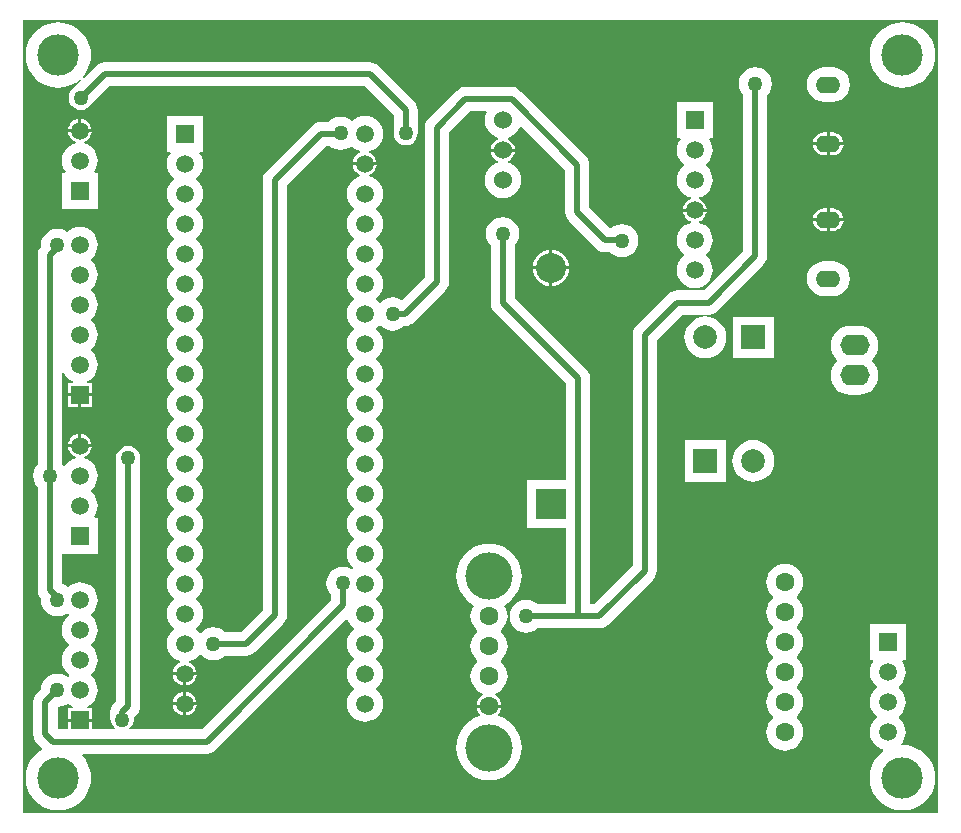
<source format=gtl>
G04*
G04 #@! TF.GenerationSoftware,Altium Limited,Altium Designer,19.1.5 (86)*
G04*
G04 Layer_Physical_Order=1*
G04 Layer_Color=255*
%FSLAX25Y25*%
%MOIN*%
G70*
G01*
G75*
%ADD14C,0.02000*%
%ADD31O,0.08268X0.05512*%
%ADD32R,0.05937X0.05937*%
%ADD33C,0.05937*%
%ADD34C,0.13780*%
%ADD35C,0.06299*%
%ADD36C,0.15748*%
%ADD37R,0.10000X0.10000*%
%ADD38C,0.10000*%
%ADD39C,0.05906*%
%ADD40R,0.05906X0.05906*%
%ADD41O,0.09843X0.06890*%
%ADD42C,0.06000*%
%ADD43C,0.07874*%
%ADD44R,0.07874X0.07874*%
%ADD45C,0.05000*%
G36*
X305000Y-264500D02*
X-0D01*
Y-0D01*
X0Y0D01*
X305000D01*
Y-264500D01*
D02*
G37*
%LPC*%
G36*
X162899Y-22466D02*
X162899Y-22466D01*
X147500D01*
X147500Y-22466D01*
X146456Y-22603D01*
X145483Y-23006D01*
X144647Y-23647D01*
X135147Y-33147D01*
X134506Y-33983D01*
X134103Y-34956D01*
X133966Y-36000D01*
X133966Y-36000D01*
Y-85829D01*
X126300Y-93494D01*
X126049Y-93302D01*
X124711Y-92748D01*
X123276Y-92559D01*
X121840Y-92748D01*
X120502Y-93302D01*
X119353Y-94184D01*
X119229Y-94346D01*
X118729Y-94354D01*
X118241Y-93759D01*
X117710Y-93323D01*
Y-92677D01*
X118241Y-92241D01*
X118987Y-91332D01*
X119541Y-90295D01*
X119882Y-89170D01*
X119997Y-88000D01*
X119882Y-86830D01*
X119541Y-85705D01*
X118987Y-84668D01*
X118241Y-83759D01*
X117710Y-83323D01*
Y-82677D01*
X118241Y-82241D01*
X118987Y-81332D01*
X119541Y-80295D01*
X119882Y-79170D01*
X119997Y-78000D01*
X119882Y-76830D01*
X119541Y-75705D01*
X118987Y-74668D01*
X118241Y-73759D01*
X117710Y-73323D01*
Y-72677D01*
X118241Y-72241D01*
X118987Y-71332D01*
X119541Y-70295D01*
X119882Y-69170D01*
X119997Y-68000D01*
X119882Y-66830D01*
X119541Y-65705D01*
X118987Y-64668D01*
X118241Y-63759D01*
X117710Y-63323D01*
Y-62677D01*
X118241Y-62241D01*
X118987Y-61332D01*
X119541Y-60295D01*
X119882Y-59170D01*
X119997Y-58000D01*
X119882Y-56830D01*
X119541Y-55705D01*
X118987Y-54668D01*
X118241Y-53759D01*
X117332Y-53013D01*
X116295Y-52459D01*
X115496Y-52217D01*
X115470Y-51687D01*
X116001Y-51467D01*
X116830Y-50830D01*
X117466Y-50001D01*
X117866Y-49036D01*
X117937Y-48500D01*
X114000D01*
X110063D01*
X110134Y-49036D01*
X110533Y-50001D01*
X111170Y-50830D01*
X111999Y-51467D01*
X112530Y-51687D01*
X112504Y-52217D01*
X111705Y-52459D01*
X110668Y-53013D01*
X109759Y-53759D01*
X109013Y-54668D01*
X108459Y-55705D01*
X108118Y-56830D01*
X108003Y-58000D01*
X108118Y-59170D01*
X108459Y-60295D01*
X109013Y-61332D01*
X109759Y-62241D01*
X110290Y-62677D01*
Y-63323D01*
X109759Y-63759D01*
X109013Y-64668D01*
X108459Y-65705D01*
X108118Y-66830D01*
X108003Y-68000D01*
X108118Y-69170D01*
X108459Y-70295D01*
X109013Y-71332D01*
X109759Y-72241D01*
X110290Y-72677D01*
Y-73323D01*
X109759Y-73759D01*
X109013Y-74668D01*
X108459Y-75705D01*
X108118Y-76830D01*
X108003Y-78000D01*
X108118Y-79170D01*
X108459Y-80295D01*
X109013Y-81332D01*
X109759Y-82241D01*
X110290Y-82677D01*
Y-83323D01*
X109759Y-83759D01*
X109013Y-84668D01*
X108459Y-85705D01*
X108118Y-86830D01*
X108003Y-88000D01*
X108118Y-89170D01*
X108459Y-90295D01*
X109013Y-91332D01*
X109759Y-92241D01*
X110290Y-92677D01*
Y-93323D01*
X109759Y-93759D01*
X109013Y-94668D01*
X108459Y-95705D01*
X108118Y-96830D01*
X108003Y-98000D01*
X108118Y-99170D01*
X108459Y-100295D01*
X109013Y-101332D01*
X109759Y-102241D01*
X110290Y-102677D01*
Y-103323D01*
X109759Y-103759D01*
X109013Y-104668D01*
X108459Y-105705D01*
X108118Y-106830D01*
X108003Y-108000D01*
X108118Y-109170D01*
X108459Y-110295D01*
X109013Y-111332D01*
X109759Y-112241D01*
X110290Y-112677D01*
Y-113323D01*
X109759Y-113759D01*
X109013Y-114668D01*
X108459Y-115705D01*
X108118Y-116830D01*
X108003Y-118000D01*
X108118Y-119170D01*
X108459Y-120295D01*
X109013Y-121332D01*
X109759Y-122241D01*
X110290Y-122677D01*
Y-123323D01*
X109759Y-123759D01*
X109013Y-124668D01*
X108459Y-125705D01*
X108118Y-126830D01*
X108003Y-128000D01*
X108118Y-129170D01*
X108459Y-130295D01*
X109013Y-131332D01*
X109759Y-132241D01*
X110290Y-132677D01*
Y-133323D01*
X109759Y-133759D01*
X109013Y-134668D01*
X108459Y-135705D01*
X108118Y-136830D01*
X108003Y-138000D01*
X108118Y-139170D01*
X108459Y-140295D01*
X109013Y-141332D01*
X109759Y-142241D01*
X110290Y-142677D01*
Y-143323D01*
X109759Y-143759D01*
X109013Y-144668D01*
X108459Y-145705D01*
X108118Y-146830D01*
X108003Y-148000D01*
X108118Y-149170D01*
X108459Y-150295D01*
X109013Y-151332D01*
X109759Y-152241D01*
X110290Y-152677D01*
Y-153323D01*
X109759Y-153759D01*
X109013Y-154668D01*
X108459Y-155705D01*
X108118Y-156830D01*
X108003Y-158000D01*
X108118Y-159170D01*
X108459Y-160295D01*
X109013Y-161332D01*
X109759Y-162241D01*
X110290Y-162677D01*
Y-163323D01*
X109759Y-163759D01*
X109013Y-164668D01*
X108459Y-165705D01*
X108118Y-166830D01*
X108003Y-168000D01*
X108118Y-169170D01*
X108459Y-170295D01*
X109013Y-171332D01*
X109759Y-172241D01*
X110290Y-172677D01*
Y-173323D01*
X109759Y-173759D01*
X109013Y-174668D01*
X108459Y-175705D01*
X108118Y-176830D01*
X108003Y-178000D01*
X108118Y-179170D01*
X108459Y-180295D01*
X109013Y-181332D01*
X109759Y-182241D01*
X110169Y-182578D01*
X110131Y-183111D01*
X109790Y-183279D01*
X109513Y-183066D01*
X108175Y-182512D01*
X106739Y-182323D01*
X105304Y-182512D01*
X103966Y-183066D01*
X102817Y-183948D01*
X101935Y-185097D01*
X101381Y-186435D01*
X101192Y-187871D01*
X101381Y-189306D01*
X101935Y-190644D01*
X102705Y-191648D01*
Y-193589D01*
X59703Y-236592D01*
X35660D01*
X35490Y-236091D01*
X35614Y-235996D01*
X35834Y-235710D01*
X35971Y-235605D01*
X36612Y-234769D01*
X37015Y-233796D01*
X37153Y-232752D01*
Y-232455D01*
X37939Y-231668D01*
X38581Y-230832D01*
X38984Y-229859D01*
X39121Y-228815D01*
X39121Y-228815D01*
Y-146138D01*
X38984Y-145094D01*
X38581Y-144121D01*
X37939Y-143285D01*
X37104Y-142644D01*
X36131Y-142241D01*
X35087Y-142103D01*
X34042Y-142241D01*
X33069Y-142644D01*
X32234Y-143285D01*
X31593Y-144121D01*
X31190Y-145094D01*
X31052Y-146138D01*
Y-227144D01*
X30265Y-227931D01*
X29624Y-228766D01*
X29221Y-229739D01*
X29084Y-230784D01*
X29084Y-230784D01*
Y-232752D01*
X29221Y-233796D01*
X29624Y-234769D01*
X30265Y-235605D01*
X30402Y-235710D01*
X30622Y-235996D01*
X30746Y-236091D01*
X30576Y-236592D01*
X22953D01*
Y-234000D01*
X19000D01*
X15047D01*
Y-236592D01*
X11562D01*
Y-229108D01*
X11647Y-229024D01*
X12900Y-228858D01*
X14238Y-228304D01*
X14875Y-227816D01*
X15677Y-228473D01*
X16711Y-229026D01*
X16780Y-229047D01*
X16706Y-229547D01*
X15047D01*
Y-233000D01*
X19000D01*
X22953D01*
Y-229547D01*
X21294D01*
X21220Y-229047D01*
X21289Y-229026D01*
X22323Y-228473D01*
X23230Y-227730D01*
X23974Y-226823D01*
X24526Y-225789D01*
X24867Y-224667D01*
X24982Y-223500D01*
X24867Y-222333D01*
X24526Y-221211D01*
X23974Y-220177D01*
X23230Y-219270D01*
X22685Y-218823D01*
Y-218177D01*
X23230Y-217730D01*
X23974Y-216823D01*
X24526Y-215789D01*
X24867Y-214667D01*
X24982Y-213500D01*
X24867Y-212333D01*
X24526Y-211211D01*
X23974Y-210177D01*
X23230Y-209270D01*
X22685Y-208823D01*
Y-208177D01*
X23230Y-207730D01*
X23974Y-206823D01*
X24526Y-205789D01*
X24867Y-204667D01*
X24982Y-203500D01*
X24867Y-202333D01*
X24526Y-201211D01*
X23974Y-200177D01*
X23230Y-199270D01*
X22685Y-198823D01*
Y-198177D01*
X23230Y-197730D01*
X23974Y-196823D01*
X24526Y-195789D01*
X24867Y-194667D01*
X24982Y-193500D01*
X24867Y-192333D01*
X24526Y-191211D01*
X23974Y-190177D01*
X23230Y-189270D01*
X22323Y-188526D01*
X21289Y-187974D01*
X20167Y-187633D01*
X19000Y-187519D01*
X17833Y-187633D01*
X16711Y-187974D01*
X15677Y-188526D01*
X14950Y-189123D01*
X14238Y-188578D01*
X13035Y-188079D01*
Y-178447D01*
X13047Y-177953D01*
X24953D01*
Y-166047D01*
X23964D01*
X23750Y-165595D01*
X23974Y-165323D01*
X24526Y-164289D01*
X24867Y-163167D01*
X24982Y-162000D01*
X24867Y-160833D01*
X24526Y-159711D01*
X23974Y-158677D01*
X23230Y-157770D01*
X22685Y-157323D01*
Y-156677D01*
X23230Y-156230D01*
X23974Y-155323D01*
X24526Y-154289D01*
X24867Y-153167D01*
X24982Y-152000D01*
X24867Y-150833D01*
X24526Y-149711D01*
X23974Y-148677D01*
X23230Y-147770D01*
X22323Y-147027D01*
X21289Y-146474D01*
X20450Y-146219D01*
X20424Y-145689D01*
X20993Y-145453D01*
X21819Y-144819D01*
X22453Y-143993D01*
X22851Y-143032D01*
X22921Y-142500D01*
X19000D01*
X15079D01*
X15149Y-143032D01*
X15547Y-143993D01*
X16181Y-144819D01*
X17007Y-145453D01*
X17576Y-145689D01*
X17550Y-146219D01*
X16711Y-146474D01*
X15677Y-147027D01*
X14770Y-147770D01*
X14027Y-148677D01*
X13966Y-148790D01*
X13468Y-148831D01*
X13035Y-148266D01*
Y-117528D01*
X13534Y-117403D01*
X14027Y-118323D01*
X14770Y-119230D01*
X15677Y-119974D01*
X16711Y-120526D01*
X16780Y-120547D01*
X16706Y-121047D01*
X15047D01*
Y-124500D01*
X19000D01*
X22953D01*
Y-121047D01*
X21294D01*
X21220Y-120547D01*
X21289Y-120526D01*
X22323Y-119974D01*
X23230Y-119230D01*
X23974Y-118323D01*
X24526Y-117289D01*
X24867Y-116167D01*
X24982Y-115000D01*
X24867Y-113833D01*
X24526Y-112711D01*
X23974Y-111677D01*
X23230Y-110770D01*
X22685Y-110323D01*
Y-109677D01*
X23230Y-109230D01*
X23974Y-108323D01*
X24526Y-107289D01*
X24867Y-106167D01*
X24982Y-105000D01*
X24867Y-103833D01*
X24526Y-102711D01*
X23974Y-101677D01*
X23230Y-100770D01*
X22685Y-100323D01*
Y-99677D01*
X23230Y-99230D01*
X23974Y-98323D01*
X24526Y-97289D01*
X24867Y-96167D01*
X24982Y-95000D01*
X24867Y-93833D01*
X24526Y-92711D01*
X23974Y-91677D01*
X23230Y-90770D01*
X22685Y-90323D01*
Y-89677D01*
X23230Y-89230D01*
X23974Y-88323D01*
X24526Y-87289D01*
X24867Y-86167D01*
X24982Y-85000D01*
X24867Y-83833D01*
X24526Y-82711D01*
X23974Y-81677D01*
X23230Y-80770D01*
X22685Y-80323D01*
Y-79677D01*
X23230Y-79230D01*
X23974Y-78323D01*
X24526Y-77289D01*
X24867Y-76167D01*
X24982Y-75000D01*
X24867Y-73833D01*
X24526Y-72711D01*
X23974Y-71677D01*
X23230Y-70770D01*
X22323Y-70026D01*
X21289Y-69474D01*
X20167Y-69133D01*
X19000Y-69018D01*
X17833Y-69133D01*
X16711Y-69474D01*
X15677Y-70026D01*
X14770Y-70770D01*
X14717Y-70835D01*
X14238Y-70467D01*
X12900Y-69913D01*
X11465Y-69724D01*
X10029Y-69913D01*
X8691Y-70467D01*
X7542Y-71349D01*
X6660Y-72498D01*
X6106Y-73836D01*
X5917Y-75272D01*
X5998Y-75889D01*
X5506Y-76531D01*
X5103Y-77504D01*
X4966Y-78548D01*
X4966Y-78548D01*
Y-148266D01*
X4196Y-149270D01*
X3642Y-150608D01*
X3452Y-152043D01*
X3642Y-153479D01*
X4196Y-154817D01*
X4966Y-155820D01*
Y-190105D01*
X4966Y-190105D01*
X5103Y-191150D01*
X5506Y-192123D01*
X5998Y-192764D01*
X5917Y-193382D01*
X6106Y-194818D01*
X6660Y-196156D01*
X7542Y-197304D01*
X8691Y-198186D01*
X10029Y-198740D01*
X11465Y-198929D01*
X12900Y-198740D01*
X14238Y-198186D01*
X14801Y-197755D01*
X15315Y-198177D01*
Y-198823D01*
X14770Y-199270D01*
X14027Y-200177D01*
X13474Y-201211D01*
X13133Y-202333D01*
X13018Y-203500D01*
X13133Y-204667D01*
X13474Y-205789D01*
X14027Y-206823D01*
X14770Y-207730D01*
X15315Y-208177D01*
Y-208823D01*
X14770Y-209270D01*
X14027Y-210177D01*
X13474Y-211211D01*
X13133Y-212333D01*
X13018Y-213500D01*
X13133Y-214667D01*
X13474Y-215789D01*
X14027Y-216823D01*
X14770Y-217730D01*
X15315Y-218177D01*
Y-218823D01*
X14875Y-219184D01*
X14238Y-218696D01*
X12900Y-218142D01*
X11465Y-217952D01*
X10029Y-218142D01*
X8691Y-218696D01*
X7542Y-219577D01*
X6660Y-220726D01*
X6106Y-222064D01*
X5941Y-223318D01*
X4675Y-224584D01*
X4034Y-225420D01*
X3630Y-226393D01*
X3493Y-227437D01*
X3493Y-227437D01*
Y-238279D01*
X3493Y-238280D01*
X3630Y-239324D01*
X4034Y-240297D01*
X4675Y-241132D01*
X6359Y-242816D01*
X6300Y-243313D01*
X5400Y-243864D01*
X4098Y-244976D01*
X2987Y-246278D01*
X2092Y-247737D01*
X1437Y-249318D01*
X1038Y-250983D01*
X903Y-252689D01*
X1038Y-254395D01*
X1437Y-256060D01*
X2092Y-257641D01*
X2987Y-259100D01*
X4098Y-260402D01*
X5400Y-261513D01*
X6859Y-262408D01*
X8440Y-263063D01*
X10105Y-263462D01*
X11811Y-263597D01*
X13517Y-263462D01*
X15182Y-263063D01*
X16763Y-262408D01*
X18222Y-261513D01*
X19524Y-260402D01*
X20636Y-259100D01*
X21530Y-257641D01*
X22185Y-256060D01*
X22584Y-254395D01*
X22719Y-252689D01*
X22584Y-250983D01*
X22185Y-249318D01*
X21530Y-247737D01*
X20636Y-246278D01*
X19681Y-245161D01*
X19912Y-244660D01*
X61374D01*
X61374Y-244660D01*
X62418Y-244523D01*
X63391Y-244120D01*
X64227Y-243479D01*
X107871Y-199834D01*
X108356Y-199956D01*
X108459Y-200295D01*
X109013Y-201332D01*
X109759Y-202241D01*
X110290Y-202677D01*
Y-203323D01*
X109759Y-203759D01*
X109013Y-204668D01*
X108459Y-205705D01*
X108118Y-206830D01*
X108003Y-208000D01*
X108118Y-209170D01*
X108459Y-210295D01*
X109013Y-211332D01*
X109759Y-212241D01*
X110290Y-212677D01*
Y-213323D01*
X109759Y-213759D01*
X109013Y-214668D01*
X108459Y-215705D01*
X108118Y-216830D01*
X108003Y-218000D01*
X108118Y-219170D01*
X108459Y-220295D01*
X109013Y-221332D01*
X109759Y-222241D01*
X110290Y-222677D01*
Y-223323D01*
X109759Y-223759D01*
X109013Y-224668D01*
X108459Y-225705D01*
X108118Y-226830D01*
X108003Y-228000D01*
X108118Y-229170D01*
X108459Y-230295D01*
X109013Y-231332D01*
X109759Y-232241D01*
X110668Y-232987D01*
X111705Y-233541D01*
X112830Y-233882D01*
X114000Y-233997D01*
X115170Y-233882D01*
X116295Y-233541D01*
X117332Y-232987D01*
X118241Y-232241D01*
X118987Y-231332D01*
X119541Y-230295D01*
X119882Y-229170D01*
X119997Y-228000D01*
X119882Y-226830D01*
X119541Y-225705D01*
X118987Y-224668D01*
X118241Y-223759D01*
X117710Y-223323D01*
Y-222677D01*
X118241Y-222241D01*
X118987Y-221332D01*
X119541Y-220295D01*
X119882Y-219170D01*
X119997Y-218000D01*
X119882Y-216830D01*
X119541Y-215705D01*
X118987Y-214668D01*
X118241Y-213759D01*
X117710Y-213323D01*
Y-212677D01*
X118241Y-212241D01*
X118987Y-211332D01*
X119541Y-210295D01*
X119882Y-209170D01*
X119997Y-208000D01*
X119882Y-206830D01*
X119541Y-205705D01*
X118987Y-204668D01*
X118241Y-203759D01*
X117710Y-203323D01*
Y-202677D01*
X118241Y-202241D01*
X118987Y-201332D01*
X119541Y-200295D01*
X119882Y-199170D01*
X119997Y-198000D01*
X119882Y-196830D01*
X119541Y-195705D01*
X118987Y-194668D01*
X118241Y-193759D01*
X117710Y-193323D01*
Y-192677D01*
X118241Y-192241D01*
X118987Y-191332D01*
X119541Y-190295D01*
X119882Y-189170D01*
X119997Y-188000D01*
X119882Y-186830D01*
X119541Y-185705D01*
X118987Y-184668D01*
X118241Y-183759D01*
X117710Y-183323D01*
Y-182677D01*
X118241Y-182241D01*
X118987Y-181332D01*
X119541Y-180295D01*
X119882Y-179170D01*
X119997Y-178000D01*
X119882Y-176830D01*
X119541Y-175705D01*
X118987Y-174668D01*
X118241Y-173759D01*
X117710Y-173323D01*
Y-172677D01*
X118241Y-172241D01*
X118987Y-171332D01*
X119541Y-170295D01*
X119882Y-169170D01*
X119997Y-168000D01*
X119882Y-166830D01*
X119541Y-165705D01*
X118987Y-164668D01*
X118241Y-163759D01*
X117710Y-163323D01*
Y-162677D01*
X118241Y-162241D01*
X118987Y-161332D01*
X119541Y-160295D01*
X119882Y-159170D01*
X119997Y-158000D01*
X119882Y-156830D01*
X119541Y-155705D01*
X118987Y-154668D01*
X118241Y-153759D01*
X117710Y-153323D01*
Y-152677D01*
X118241Y-152241D01*
X118987Y-151332D01*
X119541Y-150295D01*
X119882Y-149170D01*
X119997Y-148000D01*
X119882Y-146830D01*
X119541Y-145705D01*
X118987Y-144668D01*
X118241Y-143759D01*
X117710Y-143323D01*
Y-142677D01*
X118241Y-142241D01*
X118987Y-141332D01*
X119541Y-140295D01*
X119882Y-139170D01*
X119997Y-138000D01*
X119882Y-136830D01*
X119541Y-135705D01*
X118987Y-134668D01*
X118241Y-133759D01*
X117710Y-133323D01*
Y-132677D01*
X118241Y-132241D01*
X118987Y-131332D01*
X119541Y-130295D01*
X119882Y-129170D01*
X119997Y-128000D01*
X119882Y-126830D01*
X119541Y-125705D01*
X118987Y-124668D01*
X118241Y-123759D01*
X117710Y-123323D01*
Y-122677D01*
X118241Y-122241D01*
X118987Y-121332D01*
X119541Y-120295D01*
X119882Y-119170D01*
X119997Y-118000D01*
X119882Y-116830D01*
X119541Y-115705D01*
X118987Y-114668D01*
X118241Y-113759D01*
X117710Y-113323D01*
Y-112677D01*
X118241Y-112241D01*
X118987Y-111332D01*
X119541Y-110295D01*
X119882Y-109170D01*
X119997Y-108000D01*
X119882Y-106830D01*
X119541Y-105705D01*
X118987Y-104668D01*
X118241Y-103759D01*
X117710Y-103323D01*
Y-102677D01*
X118241Y-102241D01*
X118644Y-101749D01*
X119144Y-101757D01*
X119353Y-102029D01*
X120502Y-102910D01*
X121840Y-103465D01*
X123276Y-103654D01*
X124711Y-103465D01*
X126049Y-102910D01*
X127052Y-102141D01*
X127394D01*
X127394Y-102141D01*
X128438Y-102003D01*
X129411Y-101600D01*
X130246Y-100959D01*
X140853Y-90353D01*
X140853Y-90353D01*
X141494Y-89517D01*
X141897Y-88544D01*
X142034Y-87500D01*
Y-37671D01*
X149171Y-30534D01*
X154296D01*
X154552Y-30963D01*
X154430Y-31193D01*
X154087Y-32324D01*
X153971Y-33500D01*
X154087Y-34676D01*
X154430Y-35807D01*
X154987Y-36849D01*
X155737Y-37763D01*
X156650Y-38513D01*
X157693Y-39070D01*
X158410Y-39288D01*
X158436Y-39818D01*
X157983Y-40006D01*
X157147Y-40647D01*
X156506Y-41483D01*
X156103Y-42456D01*
X156031Y-43000D01*
X163969D01*
X163897Y-42456D01*
X163494Y-41483D01*
X162853Y-40647D01*
X162017Y-40006D01*
X161564Y-39818D01*
X161590Y-39288D01*
X162307Y-39070D01*
X163349Y-38513D01*
X164263Y-37763D01*
X165013Y-36849D01*
X165570Y-35807D01*
X165646Y-35558D01*
X166131Y-35437D01*
X180736Y-50042D01*
Y-64170D01*
X180736Y-64170D01*
X180874Y-65214D01*
X181277Y-66188D01*
X181918Y-67023D01*
X191248Y-76353D01*
X191248Y-76353D01*
X192083Y-76994D01*
X193056Y-77397D01*
X194100Y-77535D01*
X194101Y-77535D01*
X195666D01*
X195731Y-77619D01*
X196880Y-78501D01*
X198218Y-79055D01*
X199653Y-79244D01*
X201089Y-79055D01*
X202427Y-78501D01*
X203576Y-77619D01*
X204458Y-76471D01*
X205012Y-75133D01*
X205201Y-73697D01*
X205012Y-72261D01*
X204458Y-70923D01*
X203576Y-69774D01*
X202427Y-68893D01*
X201089Y-68338D01*
X199653Y-68149D01*
X198218Y-68338D01*
X196880Y-68893D01*
X196133Y-69466D01*
X195772D01*
X188805Y-62499D01*
Y-48371D01*
X188668Y-47327D01*
X188265Y-46354D01*
X187624Y-45518D01*
X165752Y-23647D01*
X164917Y-23006D01*
X163944Y-22603D01*
X162899Y-22466D01*
D02*
G37*
G36*
X293189Y-903D02*
X291483Y-1038D01*
X289818Y-1437D01*
X288237Y-2092D01*
X286778Y-2987D01*
X285476Y-4098D01*
X284365Y-5400D01*
X283470Y-6859D01*
X282815Y-8440D01*
X282416Y-10105D01*
X282281Y-11811D01*
X282416Y-13517D01*
X282815Y-15182D01*
X283470Y-16763D01*
X284365Y-18222D01*
X285476Y-19524D01*
X286778Y-20636D01*
X288237Y-21530D01*
X289818Y-22185D01*
X291483Y-22584D01*
X293189Y-22719D01*
X294895Y-22584D01*
X296560Y-22185D01*
X298141Y-21530D01*
X299600Y-20636D01*
X300902Y-19524D01*
X302013Y-18222D01*
X302908Y-16763D01*
X303563Y-15182D01*
X303962Y-13517D01*
X304097Y-11811D01*
X303962Y-10105D01*
X303563Y-8440D01*
X302908Y-6859D01*
X302013Y-5400D01*
X300902Y-4098D01*
X299600Y-2987D01*
X298141Y-2092D01*
X296560Y-1437D01*
X294895Y-1038D01*
X293189Y-903D01*
D02*
G37*
G36*
X269878Y-15852D02*
X267122D01*
X265619Y-16050D01*
X264219Y-16630D01*
X263017Y-17552D01*
X262094Y-18755D01*
X261514Y-20155D01*
X261316Y-21657D01*
X261514Y-23160D01*
X262094Y-24560D01*
X263017Y-25763D01*
X264219Y-26685D01*
X265619Y-27265D01*
X267122Y-27463D01*
X269878D01*
X271380Y-27265D01*
X272781Y-26685D01*
X273983Y-25763D01*
X274906Y-24560D01*
X275486Y-23160D01*
X275683Y-21657D01*
X275486Y-20155D01*
X274906Y-18755D01*
X273983Y-17552D01*
X272781Y-16630D01*
X271380Y-16050D01*
X269878Y-15852D01*
D02*
G37*
G36*
X114000Y-32003D02*
X112830Y-32118D01*
X111705Y-32459D01*
X110668Y-33013D01*
X109759Y-33759D01*
X109709Y-33820D01*
X108727Y-33066D01*
X107388Y-32512D01*
X105953Y-32323D01*
X104517Y-32512D01*
X103179Y-33066D01*
X102030Y-33947D01*
X102016Y-33966D01*
X99500D01*
X98456Y-34103D01*
X97483Y-34506D01*
X96647Y-35147D01*
X81147Y-50647D01*
X80506Y-51483D01*
X80103Y-52456D01*
X79966Y-53500D01*
X79966Y-53500D01*
Y-196829D01*
X72829Y-203965D01*
X67261D01*
X66258Y-203196D01*
X64920Y-202642D01*
X63484Y-202452D01*
X62049Y-202642D01*
X60711Y-203196D01*
X59562Y-204077D01*
X59362Y-204337D01*
X58724Y-204348D01*
X58241Y-203759D01*
X57710Y-203323D01*
Y-202677D01*
X58241Y-202241D01*
X58987Y-201332D01*
X59541Y-200295D01*
X59882Y-199170D01*
X59997Y-198000D01*
X59882Y-196830D01*
X59541Y-195705D01*
X58987Y-194668D01*
X58241Y-193759D01*
X57710Y-193323D01*
Y-192677D01*
X58241Y-192241D01*
X58987Y-191332D01*
X59541Y-190295D01*
X59882Y-189170D01*
X59997Y-188000D01*
X59882Y-186830D01*
X59541Y-185705D01*
X58987Y-184668D01*
X58241Y-183759D01*
X57710Y-183323D01*
Y-182677D01*
X58241Y-182241D01*
X58987Y-181332D01*
X59541Y-180295D01*
X59882Y-179170D01*
X59997Y-178000D01*
X59882Y-176830D01*
X59541Y-175705D01*
X58987Y-174668D01*
X58241Y-173759D01*
X57710Y-173323D01*
Y-172677D01*
X58241Y-172241D01*
X58987Y-171332D01*
X59541Y-170295D01*
X59882Y-169170D01*
X59997Y-168000D01*
X59882Y-166830D01*
X59541Y-165705D01*
X58987Y-164668D01*
X58241Y-163759D01*
X57710Y-163323D01*
Y-162677D01*
X58241Y-162241D01*
X58987Y-161332D01*
X59541Y-160295D01*
X59882Y-159170D01*
X59997Y-158000D01*
X59882Y-156830D01*
X59541Y-155705D01*
X58987Y-154668D01*
X58241Y-153759D01*
X57710Y-153323D01*
Y-152677D01*
X58241Y-152241D01*
X58987Y-151332D01*
X59541Y-150295D01*
X59882Y-149170D01*
X59997Y-148000D01*
X59882Y-146830D01*
X59541Y-145705D01*
X58987Y-144668D01*
X58241Y-143759D01*
X57710Y-143323D01*
Y-142677D01*
X58241Y-142241D01*
X58987Y-141332D01*
X59541Y-140295D01*
X59882Y-139170D01*
X59997Y-138000D01*
X59882Y-136830D01*
X59541Y-135705D01*
X58987Y-134668D01*
X58241Y-133759D01*
X57710Y-133323D01*
Y-132677D01*
X58241Y-132241D01*
X58987Y-131332D01*
X59541Y-130295D01*
X59882Y-129170D01*
X59997Y-128000D01*
X59882Y-126830D01*
X59541Y-125705D01*
X58987Y-124668D01*
X58241Y-123759D01*
X57710Y-123323D01*
Y-122677D01*
X58241Y-122241D01*
X58987Y-121332D01*
X59541Y-120295D01*
X59882Y-119170D01*
X59997Y-118000D01*
X59882Y-116830D01*
X59541Y-115705D01*
X58987Y-114668D01*
X58241Y-113759D01*
X57710Y-113323D01*
Y-112677D01*
X58241Y-112241D01*
X58987Y-111332D01*
X59541Y-110295D01*
X59882Y-109170D01*
X59997Y-108000D01*
X59882Y-106830D01*
X59541Y-105705D01*
X58987Y-104668D01*
X58241Y-103759D01*
X57710Y-103323D01*
Y-102677D01*
X58241Y-102241D01*
X58987Y-101332D01*
X59541Y-100295D01*
X59882Y-99170D01*
X59997Y-98000D01*
X59882Y-96830D01*
X59541Y-95705D01*
X58987Y-94668D01*
X58241Y-93759D01*
X57710Y-93323D01*
Y-92677D01*
X58241Y-92241D01*
X58987Y-91332D01*
X59541Y-90295D01*
X59882Y-89170D01*
X59997Y-88000D01*
X59882Y-86830D01*
X59541Y-85705D01*
X58987Y-84668D01*
X58241Y-83759D01*
X57710Y-83323D01*
Y-82677D01*
X58241Y-82241D01*
X58987Y-81332D01*
X59541Y-80295D01*
X59882Y-79170D01*
X59997Y-78000D01*
X59882Y-76830D01*
X59541Y-75705D01*
X58987Y-74668D01*
X58241Y-73759D01*
X57710Y-73323D01*
Y-72677D01*
X58241Y-72241D01*
X58987Y-71332D01*
X59541Y-70295D01*
X59882Y-69170D01*
X59997Y-68000D01*
X59882Y-66830D01*
X59541Y-65705D01*
X58987Y-64668D01*
X58241Y-63759D01*
X57710Y-63323D01*
Y-62677D01*
X58241Y-62241D01*
X58987Y-61332D01*
X59541Y-60295D01*
X59882Y-59170D01*
X59997Y-58000D01*
X59882Y-56830D01*
X59541Y-55705D01*
X58987Y-54668D01*
X58241Y-53759D01*
X57710Y-53323D01*
Y-52677D01*
X58241Y-52241D01*
X58987Y-51332D01*
X59541Y-50295D01*
X59882Y-49170D01*
X59997Y-48000D01*
X59882Y-46830D01*
X59541Y-45705D01*
X58987Y-44668D01*
X58784Y-44420D01*
X58997Y-43968D01*
X59969D01*
Y-32032D01*
X48031D01*
Y-43968D01*
X49003D01*
X49216Y-44420D01*
X49013Y-44668D01*
X48459Y-45705D01*
X48118Y-46830D01*
X48003Y-48000D01*
X48118Y-49170D01*
X48459Y-50295D01*
X49013Y-51332D01*
X49759Y-52241D01*
X50290Y-52677D01*
Y-53323D01*
X49759Y-53759D01*
X49013Y-54668D01*
X48459Y-55705D01*
X48118Y-56830D01*
X48003Y-58000D01*
X48118Y-59170D01*
X48459Y-60295D01*
X49013Y-61332D01*
X49759Y-62241D01*
X50290Y-62677D01*
Y-63323D01*
X49759Y-63759D01*
X49013Y-64668D01*
X48459Y-65705D01*
X48118Y-66830D01*
X48003Y-68000D01*
X48118Y-69170D01*
X48459Y-70295D01*
X49013Y-71332D01*
X49759Y-72241D01*
X50290Y-72677D01*
Y-73323D01*
X49759Y-73759D01*
X49013Y-74668D01*
X48459Y-75705D01*
X48118Y-76830D01*
X48003Y-78000D01*
X48118Y-79170D01*
X48459Y-80295D01*
X49013Y-81332D01*
X49759Y-82241D01*
X50290Y-82677D01*
Y-83323D01*
X49759Y-83759D01*
X49013Y-84668D01*
X48459Y-85705D01*
X48118Y-86830D01*
X48003Y-88000D01*
X48118Y-89170D01*
X48459Y-90295D01*
X49013Y-91332D01*
X49759Y-92241D01*
X50290Y-92677D01*
Y-93323D01*
X49759Y-93759D01*
X49013Y-94668D01*
X48459Y-95705D01*
X48118Y-96830D01*
X48003Y-98000D01*
X48118Y-99170D01*
X48459Y-100295D01*
X49013Y-101332D01*
X49759Y-102241D01*
X50290Y-102677D01*
Y-103323D01*
X49759Y-103759D01*
X49013Y-104668D01*
X48459Y-105705D01*
X48118Y-106830D01*
X48003Y-108000D01*
X48118Y-109170D01*
X48459Y-110295D01*
X49013Y-111332D01*
X49759Y-112241D01*
X50290Y-112677D01*
Y-113323D01*
X49759Y-113759D01*
X49013Y-114668D01*
X48459Y-115705D01*
X48118Y-116830D01*
X48003Y-118000D01*
X48118Y-119170D01*
X48459Y-120295D01*
X49013Y-121332D01*
X49759Y-122241D01*
X50290Y-122677D01*
Y-123323D01*
X49759Y-123759D01*
X49013Y-124668D01*
X48459Y-125705D01*
X48118Y-126830D01*
X48003Y-128000D01*
X48118Y-129170D01*
X48459Y-130295D01*
X49013Y-131332D01*
X49759Y-132241D01*
X50290Y-132677D01*
Y-133323D01*
X49759Y-133759D01*
X49013Y-134668D01*
X48459Y-135705D01*
X48118Y-136830D01*
X48003Y-138000D01*
X48118Y-139170D01*
X48459Y-140295D01*
X49013Y-141332D01*
X49759Y-142241D01*
X50290Y-142677D01*
Y-143323D01*
X49759Y-143759D01*
X49013Y-144668D01*
X48459Y-145705D01*
X48118Y-146830D01*
X48003Y-148000D01*
X48118Y-149170D01*
X48459Y-150295D01*
X49013Y-151332D01*
X49759Y-152241D01*
X50290Y-152677D01*
Y-153323D01*
X49759Y-153759D01*
X49013Y-154668D01*
X48459Y-155705D01*
X48118Y-156830D01*
X48003Y-158000D01*
X48118Y-159170D01*
X48459Y-160295D01*
X49013Y-161332D01*
X49759Y-162241D01*
X50290Y-162677D01*
Y-163323D01*
X49759Y-163759D01*
X49013Y-164668D01*
X48459Y-165705D01*
X48118Y-166830D01*
X48003Y-168000D01*
X48118Y-169170D01*
X48459Y-170295D01*
X49013Y-171332D01*
X49759Y-172241D01*
X50290Y-172677D01*
Y-173323D01*
X49759Y-173759D01*
X49013Y-174668D01*
X48459Y-175705D01*
X48118Y-176830D01*
X48003Y-178000D01*
X48118Y-179170D01*
X48459Y-180295D01*
X49013Y-181332D01*
X49759Y-182241D01*
X50290Y-182677D01*
Y-183323D01*
X49759Y-183759D01*
X49013Y-184668D01*
X48459Y-185705D01*
X48118Y-186830D01*
X48003Y-188000D01*
X48118Y-189170D01*
X48459Y-190295D01*
X49013Y-191332D01*
X49759Y-192241D01*
X50290Y-192677D01*
Y-193323D01*
X49759Y-193759D01*
X49013Y-194668D01*
X48459Y-195705D01*
X48118Y-196830D01*
X48003Y-198000D01*
X48118Y-199170D01*
X48459Y-200295D01*
X49013Y-201332D01*
X49759Y-202241D01*
X50290Y-202677D01*
Y-203323D01*
X49759Y-203759D01*
X49013Y-204668D01*
X48459Y-205705D01*
X48118Y-206830D01*
X48003Y-208000D01*
X48118Y-209170D01*
X48459Y-210295D01*
X49013Y-211332D01*
X49759Y-212241D01*
X50668Y-212987D01*
X51705Y-213541D01*
X52504Y-213783D01*
X52530Y-214314D01*
X51999Y-214533D01*
X51170Y-215170D01*
X50533Y-215999D01*
X50134Y-216964D01*
X50063Y-217500D01*
X57937D01*
X57866Y-216964D01*
X57467Y-215999D01*
X56830Y-215170D01*
X56001Y-214533D01*
X55470Y-214314D01*
X55496Y-213783D01*
X56295Y-213541D01*
X57332Y-212987D01*
X58241Y-212241D01*
X58724Y-211652D01*
X59362Y-211663D01*
X59562Y-211923D01*
X60711Y-212804D01*
X62049Y-213358D01*
X63484Y-213547D01*
X64920Y-213358D01*
X66258Y-212804D01*
X67261Y-212035D01*
X74500D01*
X74500Y-212035D01*
X75544Y-211897D01*
X76517Y-211494D01*
X77353Y-210853D01*
X86853Y-201353D01*
X87494Y-200517D01*
X87897Y-199544D01*
X88034Y-198500D01*
X88034Y-198500D01*
Y-55171D01*
X101171Y-42035D01*
X102345D01*
X103179Y-42674D01*
X104517Y-43229D01*
X105953Y-43418D01*
X107388Y-43229D01*
X108727Y-42674D01*
X109579Y-42021D01*
X109759Y-42241D01*
X110668Y-42987D01*
X111705Y-43541D01*
X112504Y-43783D01*
X112530Y-44313D01*
X111999Y-44534D01*
X111170Y-45170D01*
X110533Y-45999D01*
X110134Y-46964D01*
X110063Y-47500D01*
X114000D01*
X117937D01*
X117866Y-46964D01*
X117466Y-45999D01*
X116830Y-45170D01*
X116001Y-44534D01*
X115470Y-44313D01*
X115496Y-43783D01*
X116295Y-43541D01*
X117332Y-42987D01*
X118241Y-42241D01*
X118987Y-41332D01*
X119541Y-40295D01*
X119882Y-39170D01*
X119997Y-38000D01*
X119882Y-36830D01*
X119541Y-35705D01*
X118987Y-34668D01*
X118241Y-33759D01*
X117332Y-33013D01*
X116295Y-32459D01*
X115170Y-32118D01*
X114000Y-32003D01*
D02*
G37*
G36*
X19500Y-33079D02*
Y-36500D01*
X22921D01*
X22851Y-35968D01*
X22453Y-35007D01*
X21819Y-34181D01*
X20993Y-33547D01*
X20032Y-33149D01*
X19500Y-33079D01*
D02*
G37*
G36*
X18500D02*
X17968Y-33149D01*
X17007Y-33547D01*
X16181Y-34181D01*
X15547Y-35007D01*
X15149Y-35968D01*
X15079Y-36500D01*
X18500D01*
Y-33079D01*
D02*
G37*
G36*
X269878Y-37554D02*
X269000D01*
Y-40842D01*
X273600D01*
X273537Y-40362D01*
X273159Y-39448D01*
X272557Y-38664D01*
X271772Y-38062D01*
X270858Y-37683D01*
X269878Y-37554D01*
D02*
G37*
G36*
X268000D02*
X267122D01*
X266142Y-37683D01*
X265228Y-38062D01*
X264443Y-38664D01*
X263841Y-39448D01*
X263463Y-40362D01*
X263400Y-40842D01*
X268000D01*
Y-37554D01*
D02*
G37*
G36*
X11811Y-903D02*
X10105Y-1038D01*
X8440Y-1437D01*
X6859Y-2092D01*
X5400Y-2987D01*
X4098Y-4098D01*
X2987Y-5400D01*
X2092Y-6859D01*
X1437Y-8440D01*
X1038Y-10105D01*
X903Y-11811D01*
X1038Y-13517D01*
X1437Y-15182D01*
X2092Y-16763D01*
X2987Y-18222D01*
X4098Y-19524D01*
X5400Y-20636D01*
X6859Y-21530D01*
X8440Y-22185D01*
X10105Y-22584D01*
X11811Y-22719D01*
X13517Y-22584D01*
X15182Y-22185D01*
X16763Y-21530D01*
X18222Y-20636D01*
X19093Y-19892D01*
X19433Y-20259D01*
X16486Y-23206D01*
X15845Y-24042D01*
X15441Y-25015D01*
X15304Y-26059D01*
X15441Y-27103D01*
X15845Y-28076D01*
X16486Y-28912D01*
X17321Y-29553D01*
X18294Y-29956D01*
X19339Y-30094D01*
X20383Y-29956D01*
X21356Y-29553D01*
X22191Y-28912D01*
X28884Y-22220D01*
X114124D01*
X123572Y-31667D01*
Y-37870D01*
X123709Y-38914D01*
X124112Y-39887D01*
X124753Y-40723D01*
X125589Y-41364D01*
X126562Y-41767D01*
X127606Y-41905D01*
X128650Y-41767D01*
X129624Y-41364D01*
X130459Y-40723D01*
X131100Y-39887D01*
X131503Y-38914D01*
X131641Y-37870D01*
Y-29996D01*
X131503Y-28952D01*
X131100Y-27979D01*
X130459Y-27143D01*
X130459Y-27143D01*
X118648Y-15332D01*
X117813Y-14691D01*
X116840Y-14288D01*
X115795Y-14151D01*
X115795Y-14151D01*
X27213D01*
X27213Y-14151D01*
X26168Y-14288D01*
X25195Y-14691D01*
X24360Y-15332D01*
X24360Y-15332D01*
X20259Y-19433D01*
X19892Y-19093D01*
X20636Y-18222D01*
X21530Y-16763D01*
X22185Y-15182D01*
X22584Y-13517D01*
X22719Y-11811D01*
X22584Y-10105D01*
X22185Y-8440D01*
X21530Y-6859D01*
X20636Y-5400D01*
X19524Y-4098D01*
X18222Y-2987D01*
X16763Y-2092D01*
X15182Y-1437D01*
X13517Y-1038D01*
X11811Y-903D01*
D02*
G37*
G36*
X273600Y-41842D02*
X269000D01*
Y-45131D01*
X269878D01*
X270858Y-45002D01*
X271772Y-44623D01*
X272557Y-44021D01*
X273159Y-43237D01*
X273537Y-42323D01*
X273600Y-41842D01*
D02*
G37*
G36*
X268000D02*
X263400D01*
X263463Y-42323D01*
X263841Y-43237D01*
X264443Y-44021D01*
X265228Y-44623D01*
X266142Y-45002D01*
X267122Y-45131D01*
X268000D01*
Y-41842D01*
D02*
G37*
G36*
X163969Y-44000D02*
X156031D01*
X156103Y-44544D01*
X156506Y-45517D01*
X157147Y-46353D01*
X157983Y-46994D01*
X158436Y-47182D01*
X158410Y-47712D01*
X157693Y-47930D01*
X156650Y-48487D01*
X155737Y-49237D01*
X154987Y-50151D01*
X154430Y-51193D01*
X154087Y-52324D01*
X153971Y-53500D01*
X154087Y-54676D01*
X154430Y-55807D01*
X154987Y-56849D01*
X155737Y-57763D01*
X156650Y-58513D01*
X157693Y-59070D01*
X158824Y-59413D01*
X160000Y-59529D01*
X161176Y-59413D01*
X162307Y-59070D01*
X163349Y-58513D01*
X164263Y-57763D01*
X165013Y-56849D01*
X165570Y-55807D01*
X165913Y-54676D01*
X166029Y-53500D01*
X165913Y-52324D01*
X165570Y-51193D01*
X165013Y-50151D01*
X164263Y-49237D01*
X163349Y-48487D01*
X162307Y-47930D01*
X161590Y-47712D01*
X161564Y-47182D01*
X162017Y-46994D01*
X162853Y-46353D01*
X163494Y-45517D01*
X163897Y-44544D01*
X163969Y-44000D01*
D02*
G37*
G36*
X22921Y-37500D02*
X19000D01*
X15079D01*
X15149Y-38032D01*
X15547Y-38993D01*
X16181Y-39819D01*
X17007Y-40453D01*
X17576Y-40689D01*
X17550Y-41219D01*
X16711Y-41474D01*
X15677Y-42026D01*
X14770Y-42770D01*
X14027Y-43677D01*
X13474Y-44711D01*
X13133Y-45833D01*
X13018Y-47000D01*
X13133Y-48167D01*
X13474Y-49289D01*
X14027Y-50323D01*
X14250Y-50595D01*
X14036Y-51047D01*
X13047D01*
Y-62953D01*
X24953D01*
Y-51047D01*
X23964D01*
X23750Y-50595D01*
X23974Y-50323D01*
X24526Y-49289D01*
X24867Y-48167D01*
X24982Y-47000D01*
X24867Y-45833D01*
X24526Y-44711D01*
X23974Y-43677D01*
X23230Y-42770D01*
X22323Y-42026D01*
X21289Y-41474D01*
X20450Y-41219D01*
X20424Y-40689D01*
X20993Y-40453D01*
X21819Y-39819D01*
X22453Y-38993D01*
X22851Y-38032D01*
X22921Y-37500D01*
D02*
G37*
G36*
X229953Y-27547D02*
X218047D01*
Y-39453D01*
X219036D01*
X219250Y-39905D01*
X219026Y-40177D01*
X218474Y-41211D01*
X218133Y-42333D01*
X218018Y-43500D01*
X218133Y-44667D01*
X218474Y-45789D01*
X219026Y-46823D01*
X219770Y-47730D01*
X220315Y-48177D01*
Y-48823D01*
X219770Y-49270D01*
X219026Y-50177D01*
X218474Y-51211D01*
X218133Y-52333D01*
X218018Y-53500D01*
X218133Y-54667D01*
X218474Y-55789D01*
X219026Y-56823D01*
X219770Y-57730D01*
X220677Y-58473D01*
X221711Y-59026D01*
X222550Y-59281D01*
X222576Y-59811D01*
X222007Y-60047D01*
X221181Y-60681D01*
X220547Y-61507D01*
X220149Y-62468D01*
X220079Y-63000D01*
X224000D01*
X227921D01*
X227851Y-62468D01*
X227453Y-61507D01*
X226819Y-60681D01*
X225993Y-60047D01*
X225424Y-59811D01*
X225450Y-59281D01*
X226289Y-59026D01*
X227323Y-58473D01*
X228230Y-57730D01*
X228974Y-56823D01*
X229526Y-55789D01*
X229867Y-54667D01*
X229981Y-53500D01*
X229867Y-52333D01*
X229526Y-51211D01*
X228974Y-50177D01*
X228230Y-49270D01*
X227685Y-48823D01*
Y-48177D01*
X228230Y-47730D01*
X228974Y-46823D01*
X229526Y-45789D01*
X229867Y-44667D01*
X229981Y-43500D01*
X229867Y-42333D01*
X229526Y-41211D01*
X228974Y-40177D01*
X228750Y-39905D01*
X228964Y-39453D01*
X229953D01*
Y-27547D01*
D02*
G37*
G36*
X269878Y-62869D02*
X269000D01*
Y-66157D01*
X273600D01*
X273537Y-65677D01*
X273159Y-64763D01*
X272557Y-63979D01*
X271772Y-63377D01*
X270858Y-62998D01*
X269878Y-62869D01*
D02*
G37*
G36*
X268000D02*
X267122D01*
X266142Y-62998D01*
X265228Y-63377D01*
X264443Y-63979D01*
X263841Y-64763D01*
X263463Y-65677D01*
X263400Y-66157D01*
X268000D01*
Y-62869D01*
D02*
G37*
G36*
X273600Y-67157D02*
X269000D01*
Y-70446D01*
X269878D01*
X270858Y-70317D01*
X271772Y-69938D01*
X272557Y-69336D01*
X273159Y-68552D01*
X273537Y-67638D01*
X273600Y-67157D01*
D02*
G37*
G36*
X268000D02*
X263400D01*
X263463Y-67638D01*
X263841Y-68552D01*
X264443Y-69336D01*
X265228Y-69938D01*
X266142Y-70317D01*
X267122Y-70446D01*
X268000D01*
Y-67157D01*
D02*
G37*
G36*
X176500Y-76780D02*
Y-82260D01*
X181980D01*
X181913Y-81584D01*
X181570Y-80453D01*
X181013Y-79410D01*
X180263Y-78497D01*
X179350Y-77747D01*
X178307Y-77190D01*
X177176Y-76847D01*
X176500Y-76780D01*
D02*
G37*
G36*
X175500D02*
X174824Y-76847D01*
X173693Y-77190D01*
X172650Y-77747D01*
X171737Y-78497D01*
X170987Y-79410D01*
X170430Y-80453D01*
X170087Y-81584D01*
X170020Y-82260D01*
X175500D01*
Y-76780D01*
D02*
G37*
G36*
X181980Y-83260D02*
X176500D01*
Y-88740D01*
X177176Y-88673D01*
X178307Y-88330D01*
X179350Y-87773D01*
X180263Y-87023D01*
X181013Y-86109D01*
X181570Y-85067D01*
X181913Y-83936D01*
X181980Y-83260D01*
D02*
G37*
G36*
X175500D02*
X170020D01*
X170087Y-83936D01*
X170430Y-85067D01*
X170987Y-86109D01*
X171737Y-87023D01*
X172650Y-87773D01*
X173693Y-88330D01*
X174824Y-88673D01*
X175500Y-88740D01*
Y-83260D01*
D02*
G37*
G36*
X227921Y-64000D02*
X224000D01*
X220079D01*
X220149Y-64532D01*
X220547Y-65493D01*
X221181Y-66319D01*
X222007Y-66953D01*
X222576Y-67189D01*
X222550Y-67719D01*
X221711Y-67974D01*
X220677Y-68527D01*
X219770Y-69270D01*
X219026Y-70177D01*
X218474Y-71211D01*
X218133Y-72333D01*
X218018Y-73500D01*
X218133Y-74667D01*
X218474Y-75789D01*
X219026Y-76823D01*
X219770Y-77730D01*
X220315Y-78177D01*
Y-78823D01*
X219770Y-79270D01*
X219026Y-80177D01*
X218474Y-81211D01*
X218133Y-82333D01*
X218018Y-83500D01*
X218133Y-84667D01*
X218474Y-85789D01*
X219026Y-86823D01*
X219770Y-87730D01*
X220677Y-88473D01*
X221711Y-89026D01*
X222833Y-89367D01*
X224000Y-89482D01*
X225167Y-89367D01*
X226289Y-89026D01*
X227323Y-88473D01*
X228230Y-87730D01*
X228974Y-86823D01*
X229526Y-85789D01*
X229867Y-84667D01*
X229981Y-83500D01*
X229867Y-82333D01*
X229526Y-81211D01*
X228974Y-80177D01*
X228230Y-79270D01*
X227685Y-78823D01*
Y-78177D01*
X228230Y-77730D01*
X228974Y-76823D01*
X229526Y-75789D01*
X229867Y-74667D01*
X229981Y-73500D01*
X229867Y-72333D01*
X229526Y-71211D01*
X228974Y-70177D01*
X228230Y-69270D01*
X227323Y-68527D01*
X226289Y-67974D01*
X225450Y-67719D01*
X225424Y-67189D01*
X225993Y-66953D01*
X226819Y-66319D01*
X227453Y-65493D01*
X227851Y-64532D01*
X227921Y-64000D01*
D02*
G37*
G36*
X244142Y-15787D02*
X242706Y-15976D01*
X241368Y-16530D01*
X240219Y-17412D01*
X239337Y-18561D01*
X238783Y-19899D01*
X238594Y-21335D01*
X238783Y-22770D01*
X239337Y-24108D01*
X239966Y-24927D01*
Y-77229D01*
X226929Y-90266D01*
X218000D01*
X218000Y-90266D01*
X216956Y-90403D01*
X215983Y-90806D01*
X215147Y-91447D01*
X215147Y-91447D01*
X204447Y-102147D01*
X203806Y-102983D01*
X203403Y-103956D01*
X203266Y-105000D01*
X203266Y-105000D01*
Y-182096D01*
X190502Y-194859D01*
X189034D01*
Y-119400D01*
X189034Y-119400D01*
X188897Y-118356D01*
X188494Y-117383D01*
X187853Y-116547D01*
X164034Y-92729D01*
Y-74968D01*
X164694Y-74108D01*
X165248Y-72770D01*
X165437Y-71335D01*
X165248Y-69899D01*
X164694Y-68561D01*
X163812Y-67412D01*
X162663Y-66530D01*
X161326Y-65976D01*
X159890Y-65787D01*
X158454Y-65976D01*
X157116Y-66530D01*
X155967Y-67412D01*
X155086Y-68561D01*
X154531Y-69899D01*
X154342Y-71335D01*
X154531Y-72770D01*
X155086Y-74108D01*
X155965Y-75255D01*
Y-94400D01*
X155965Y-94400D01*
X156103Y-95444D01*
X156506Y-96417D01*
X157147Y-97253D01*
X180965Y-121071D01*
Y-153500D01*
X168000D01*
Y-169500D01*
X180965D01*
Y-194859D01*
X171541D01*
X170537Y-194089D01*
X169200Y-193535D01*
X167764Y-193346D01*
X166328Y-193535D01*
X164990Y-194089D01*
X163841Y-194971D01*
X162960Y-196120D01*
X162405Y-197458D01*
X162216Y-198894D01*
X162405Y-200329D01*
X162960Y-201667D01*
X163841Y-202816D01*
X164990Y-203698D01*
X166328Y-204252D01*
X167764Y-204441D01*
X169200Y-204252D01*
X170537Y-203698D01*
X171541Y-202928D01*
X184693D01*
X184693Y-202928D01*
X184693Y-202928D01*
X192173D01*
X192173Y-202928D01*
X193217Y-202791D01*
X194191Y-202388D01*
X195026Y-201747D01*
X210153Y-186620D01*
X210153Y-186620D01*
X210794Y-185784D01*
X211197Y-184811D01*
X211334Y-183767D01*
Y-106671D01*
X219671Y-98334D01*
X228600D01*
X228600Y-98334D01*
X229644Y-98197D01*
X230617Y-97794D01*
X231453Y-97153D01*
X246853Y-81753D01*
X247494Y-80917D01*
X247897Y-79944D01*
X248035Y-78900D01*
X248035Y-78900D01*
Y-25280D01*
X248064Y-25257D01*
X248946Y-24108D01*
X249500Y-22770D01*
X249689Y-21335D01*
X249500Y-19899D01*
X248946Y-18561D01*
X248064Y-17412D01*
X246916Y-16530D01*
X245578Y-15976D01*
X244142Y-15787D01*
D02*
G37*
G36*
X269878Y-80537D02*
X267122D01*
X265619Y-80735D01*
X264219Y-81315D01*
X263017Y-82237D01*
X262094Y-83440D01*
X261514Y-84840D01*
X261316Y-86342D01*
X261514Y-87845D01*
X262094Y-89245D01*
X263017Y-90448D01*
X264219Y-91370D01*
X265619Y-91950D01*
X267122Y-92148D01*
X269878D01*
X271380Y-91950D01*
X272781Y-91370D01*
X273983Y-90448D01*
X274906Y-89245D01*
X275486Y-87845D01*
X275683Y-86342D01*
X275486Y-84840D01*
X274906Y-83440D01*
X273983Y-82237D01*
X272781Y-81315D01*
X271380Y-80735D01*
X269878Y-80537D01*
D02*
G37*
G36*
X250437Y-98972D02*
X236563D01*
Y-112846D01*
X250437D01*
Y-98972D01*
D02*
G37*
G36*
X227500Y-98939D02*
X226140Y-99073D01*
X224833Y-99469D01*
X223627Y-100114D01*
X222571Y-100980D01*
X221704Y-102037D01*
X221060Y-103242D01*
X220663Y-104550D01*
X220529Y-105909D01*
X220663Y-107269D01*
X221060Y-108577D01*
X221704Y-109782D01*
X222571Y-110838D01*
X223627Y-111705D01*
X224833Y-112349D01*
X226140Y-112746D01*
X227500Y-112880D01*
X228860Y-112746D01*
X230168Y-112349D01*
X231373Y-111705D01*
X232429Y-110838D01*
X233296Y-109782D01*
X233940Y-108577D01*
X234337Y-107269D01*
X234471Y-105909D01*
X234337Y-104550D01*
X233940Y-103242D01*
X233296Y-102037D01*
X232429Y-100980D01*
X231373Y-100114D01*
X230168Y-99469D01*
X228860Y-99073D01*
X227500Y-98939D01*
D02*
G37*
G36*
X278689Y-102103D02*
X275736D01*
X274473Y-102227D01*
X273258Y-102596D01*
X272138Y-103194D01*
X271157Y-103999D01*
X270352Y-104981D01*
X269753Y-106100D01*
X269385Y-107315D01*
X269260Y-108579D01*
X269385Y-109842D01*
X269753Y-111057D01*
X270352Y-112177D01*
X271157Y-113158D01*
X271365Y-113329D01*
Y-113829D01*
X271157Y-113999D01*
X270352Y-114981D01*
X269753Y-116101D01*
X269385Y-117315D01*
X269260Y-118579D01*
X269385Y-119842D01*
X269753Y-121057D01*
X270352Y-122177D01*
X271157Y-123158D01*
X272138Y-123963D01*
X273258Y-124562D01*
X274473Y-124930D01*
X275736Y-125055D01*
X278689D01*
X279952Y-124930D01*
X281167Y-124562D01*
X282287Y-123963D01*
X283268Y-123158D01*
X284074Y-122177D01*
X284672Y-121057D01*
X285041Y-119842D01*
X285165Y-118579D01*
X285041Y-117315D01*
X284672Y-116101D01*
X284074Y-114981D01*
X283268Y-113999D01*
X283060Y-113829D01*
Y-113329D01*
X283268Y-113158D01*
X284074Y-112177D01*
X284672Y-111057D01*
X285041Y-109842D01*
X285165Y-108579D01*
X285041Y-107315D01*
X284672Y-106100D01*
X284074Y-104981D01*
X283268Y-103999D01*
X282287Y-103194D01*
X281167Y-102596D01*
X279952Y-102227D01*
X278689Y-102103D01*
D02*
G37*
G36*
X22953Y-125500D02*
X19500D01*
Y-128953D01*
X22953D01*
Y-125500D01*
D02*
G37*
G36*
X18500D02*
X15047D01*
Y-128953D01*
X18500D01*
Y-125500D01*
D02*
G37*
G36*
X19500Y-138079D02*
Y-141500D01*
X22921D01*
X22851Y-140968D01*
X22453Y-140007D01*
X21819Y-139181D01*
X20993Y-138547D01*
X20032Y-138149D01*
X19500Y-138079D01*
D02*
G37*
G36*
X18500D02*
X17968Y-138149D01*
X17007Y-138547D01*
X16181Y-139181D01*
X15547Y-140007D01*
X15149Y-140968D01*
X15079Y-141500D01*
X18500D01*
Y-138079D01*
D02*
G37*
G36*
X234437Y-140154D02*
X220563D01*
Y-154028D01*
X234437D01*
Y-140154D01*
D02*
G37*
G36*
X243500Y-140120D02*
X242140Y-140254D01*
X240832Y-140651D01*
X239627Y-141295D01*
X238571Y-142162D01*
X237704Y-143218D01*
X237060Y-144423D01*
X236663Y-145731D01*
X236529Y-147091D01*
X236663Y-148451D01*
X237060Y-149758D01*
X237704Y-150963D01*
X238571Y-152020D01*
X239627Y-152886D01*
X240832Y-153531D01*
X242140Y-153927D01*
X243500Y-154061D01*
X244860Y-153927D01*
X246167Y-153531D01*
X247373Y-152886D01*
X248429Y-152020D01*
X249296Y-150963D01*
X249940Y-149758D01*
X250337Y-148451D01*
X250471Y-147091D01*
X250337Y-145731D01*
X249940Y-144423D01*
X249296Y-143218D01*
X248429Y-142162D01*
X247373Y-141295D01*
X246167Y-140651D01*
X244860Y-140254D01*
X243500Y-140120D01*
D02*
G37*
G36*
X57937Y-218500D02*
X54500D01*
Y-221937D01*
X55036Y-221866D01*
X56001Y-221466D01*
X56830Y-220830D01*
X57467Y-220001D01*
X57866Y-219036D01*
X57937Y-218500D01*
D02*
G37*
G36*
X53500D02*
X50063D01*
X50134Y-219036D01*
X50533Y-220001D01*
X51170Y-220830D01*
X51999Y-221466D01*
X52964Y-221866D01*
X53500Y-221937D01*
Y-218500D01*
D02*
G37*
G36*
X54500Y-224063D02*
Y-227500D01*
X57937D01*
X57866Y-226964D01*
X57467Y-225999D01*
X56830Y-225170D01*
X56001Y-224534D01*
X55036Y-224134D01*
X54500Y-224063D01*
D02*
G37*
G36*
X53500D02*
X52964Y-224134D01*
X51999Y-224534D01*
X51170Y-225170D01*
X50533Y-225999D01*
X50134Y-226964D01*
X50063Y-227500D01*
X53500D01*
Y-224063D01*
D02*
G37*
G36*
X155378Y-174624D02*
X153672Y-174758D01*
X152007Y-175158D01*
X150426Y-175813D01*
X148967Y-176707D01*
X147665Y-177819D01*
X146554Y-179120D01*
X145659Y-180579D01*
X145004Y-182161D01*
X144605Y-183825D01*
X144470Y-185531D01*
X144605Y-187238D01*
X145004Y-188902D01*
X145659Y-190483D01*
X146554Y-191943D01*
X147665Y-193244D01*
X148967Y-194356D01*
X150189Y-195105D01*
X150240Y-195405D01*
X149669Y-196474D01*
X149317Y-197633D01*
X149199Y-198839D01*
X149317Y-200044D01*
X149669Y-201203D01*
X150240Y-202272D01*
X151008Y-203208D01*
X151472Y-203589D01*
Y-204089D01*
X151008Y-204469D01*
X150240Y-205405D01*
X149669Y-206474D01*
X149317Y-207633D01*
X149199Y-208839D01*
X149317Y-210044D01*
X149669Y-211203D01*
X150240Y-212272D01*
X151008Y-213208D01*
X151472Y-213589D01*
Y-214089D01*
X151008Y-214469D01*
X150240Y-215406D01*
X149669Y-216474D01*
X149317Y-217633D01*
X149199Y-218839D01*
X149317Y-220044D01*
X149669Y-221203D01*
X150240Y-222272D01*
X151008Y-223208D01*
X151945Y-223976D01*
X153013Y-224548D01*
X153389Y-224661D01*
X153413Y-225161D01*
X153285Y-225214D01*
X152418Y-225879D01*
X151753Y-226746D01*
X151335Y-227755D01*
X151258Y-228339D01*
X159497D01*
X159421Y-227755D01*
X159003Y-226746D01*
X158337Y-225879D01*
X157471Y-225214D01*
X157343Y-225161D01*
X157367Y-224661D01*
X157743Y-224548D01*
X158811Y-223976D01*
X159747Y-223208D01*
X160516Y-222272D01*
X161087Y-221203D01*
X161439Y-220044D01*
X161557Y-218839D01*
X161439Y-217633D01*
X161087Y-216474D01*
X160516Y-215406D01*
X159747Y-214469D01*
X159284Y-214089D01*
Y-213589D01*
X159747Y-213208D01*
X160516Y-212272D01*
X161087Y-211203D01*
X161439Y-210044D01*
X161557Y-208839D01*
X161439Y-207633D01*
X161087Y-206474D01*
X160516Y-205405D01*
X159747Y-204469D01*
X159284Y-204089D01*
Y-203589D01*
X159747Y-203208D01*
X160516Y-202272D01*
X161087Y-201203D01*
X161439Y-200044D01*
X161557Y-198839D01*
X161439Y-197633D01*
X161087Y-196474D01*
X160516Y-195405D01*
X160566Y-195105D01*
X161789Y-194356D01*
X163091Y-193244D01*
X164202Y-191943D01*
X165097Y-190483D01*
X165752Y-188902D01*
X166151Y-187238D01*
X166286Y-185531D01*
X166151Y-183825D01*
X165752Y-182161D01*
X165097Y-180579D01*
X164202Y-179120D01*
X163091Y-177819D01*
X161789Y-176707D01*
X160330Y-175813D01*
X158749Y-175158D01*
X157084Y-174758D01*
X155378Y-174624D01*
D02*
G37*
G36*
X57937Y-228500D02*
X54500D01*
Y-231937D01*
X55036Y-231866D01*
X56001Y-231467D01*
X56830Y-230830D01*
X57467Y-230001D01*
X57866Y-229036D01*
X57937Y-228500D01*
D02*
G37*
G36*
X53500D02*
X50063D01*
X50134Y-229036D01*
X50533Y-230001D01*
X51170Y-230830D01*
X51999Y-231467D01*
X52964Y-231866D01*
X53500Y-231937D01*
Y-228500D01*
D02*
G37*
G36*
X254000Y-181321D02*
X252795Y-181439D01*
X251635Y-181791D01*
X250567Y-182362D01*
X249630Y-183131D01*
X248862Y-184067D01*
X248291Y-185135D01*
X247939Y-186294D01*
X247821Y-187500D01*
X247939Y-188706D01*
X248291Y-189865D01*
X248862Y-190933D01*
X249630Y-191869D01*
X250094Y-192250D01*
Y-192750D01*
X249630Y-193131D01*
X248862Y-194067D01*
X248291Y-195135D01*
X247939Y-196294D01*
X247821Y-197500D01*
X247939Y-198705D01*
X248291Y-199865D01*
X248862Y-200933D01*
X249630Y-201870D01*
X250094Y-202250D01*
Y-202750D01*
X249630Y-203131D01*
X248862Y-204067D01*
X248291Y-205135D01*
X247939Y-206294D01*
X247821Y-207500D01*
X247939Y-208705D01*
X248291Y-209865D01*
X248862Y-210933D01*
X249630Y-211870D01*
X250094Y-212250D01*
Y-212750D01*
X249630Y-213130D01*
X248862Y-214067D01*
X248291Y-215135D01*
X247939Y-216295D01*
X247821Y-217500D01*
X247939Y-218706D01*
X248291Y-219865D01*
X248862Y-220933D01*
X249630Y-221869D01*
X250094Y-222250D01*
Y-222750D01*
X249630Y-223130D01*
X248862Y-224067D01*
X248291Y-225135D01*
X247939Y-226294D01*
X247821Y-227500D01*
X247939Y-228706D01*
X248291Y-229865D01*
X248862Y-230933D01*
X249630Y-231870D01*
X250094Y-232250D01*
Y-232750D01*
X249630Y-233131D01*
X248862Y-234067D01*
X248291Y-235135D01*
X247939Y-236295D01*
X247821Y-237500D01*
X247939Y-238705D01*
X248291Y-239865D01*
X248862Y-240933D01*
X249630Y-241869D01*
X250567Y-242638D01*
X251635Y-243209D01*
X252795Y-243561D01*
X254000Y-243679D01*
X255205Y-243561D01*
X256365Y-243209D01*
X257433Y-242638D01*
X258369Y-241869D01*
X259138Y-240933D01*
X259709Y-239865D01*
X260061Y-238705D01*
X260179Y-237500D01*
X260061Y-236295D01*
X259709Y-235135D01*
X259138Y-234067D01*
X258369Y-233131D01*
X257906Y-232750D01*
Y-232250D01*
X258369Y-231870D01*
X259138Y-230933D01*
X259709Y-229865D01*
X260061Y-228706D01*
X260179Y-227500D01*
X260061Y-226294D01*
X259709Y-225135D01*
X259138Y-224067D01*
X258369Y-223130D01*
X257906Y-222750D01*
Y-222250D01*
X258369Y-221869D01*
X259138Y-220933D01*
X259709Y-219865D01*
X260061Y-218706D01*
X260179Y-217500D01*
X260061Y-216295D01*
X259709Y-215135D01*
X259138Y-214067D01*
X258369Y-213130D01*
X257906Y-212750D01*
Y-212250D01*
X258369Y-211870D01*
X259138Y-210933D01*
X259709Y-209865D01*
X260061Y-208705D01*
X260179Y-207500D01*
X260061Y-206294D01*
X259709Y-205135D01*
X259138Y-204067D01*
X258369Y-203131D01*
X257906Y-202750D01*
Y-202250D01*
X258369Y-201870D01*
X259138Y-200933D01*
X259709Y-199865D01*
X260061Y-198705D01*
X260179Y-197500D01*
X260061Y-196294D01*
X259709Y-195135D01*
X259138Y-194067D01*
X258369Y-193131D01*
X257906Y-192750D01*
Y-192250D01*
X258369Y-191869D01*
X259138Y-190933D01*
X259709Y-189865D01*
X260061Y-188706D01*
X260179Y-187500D01*
X260061Y-186294D01*
X259709Y-185135D01*
X259138Y-184067D01*
X258369Y-183131D01*
X257433Y-182362D01*
X256365Y-181791D01*
X255205Y-181439D01*
X254000Y-181321D01*
D02*
G37*
G36*
X159497Y-229339D02*
X151258D01*
X151335Y-229922D01*
X151753Y-230931D01*
X152310Y-231657D01*
X152191Y-232200D01*
X152007Y-232244D01*
X150426Y-232899D01*
X148967Y-233794D01*
X147665Y-234905D01*
X146554Y-236207D01*
X145659Y-237666D01*
X145004Y-239247D01*
X144605Y-240912D01*
X144470Y-242618D01*
X144605Y-244324D01*
X145004Y-245989D01*
X145659Y-247570D01*
X146554Y-249029D01*
X147665Y-250331D01*
X148967Y-251443D01*
X150426Y-252337D01*
X152007Y-252992D01*
X153672Y-253391D01*
X155378Y-253526D01*
X157084Y-253391D01*
X158749Y-252992D01*
X160330Y-252337D01*
X161789Y-251443D01*
X163091Y-250331D01*
X164202Y-249029D01*
X165097Y-247570D01*
X165752Y-245989D01*
X166151Y-244324D01*
X166286Y-242618D01*
X166151Y-240912D01*
X165752Y-239247D01*
X165097Y-237666D01*
X164202Y-236207D01*
X163091Y-234905D01*
X161789Y-233794D01*
X160330Y-232899D01*
X158749Y-232244D01*
X158565Y-232200D01*
X158446Y-231657D01*
X159003Y-230931D01*
X159421Y-229922D01*
X159497Y-229339D01*
D02*
G37*
G36*
X294235Y-201547D02*
X282330D01*
Y-213453D01*
X283319D01*
X283533Y-213905D01*
X283309Y-214177D01*
X282756Y-215211D01*
X282416Y-216333D01*
X282301Y-217500D01*
X282416Y-218667D01*
X282756Y-219789D01*
X283309Y-220823D01*
X284053Y-221730D01*
X284598Y-222177D01*
Y-222823D01*
X284053Y-223270D01*
X283309Y-224177D01*
X282756Y-225211D01*
X282416Y-226333D01*
X282301Y-227500D01*
X282416Y-228667D01*
X282756Y-229789D01*
X283309Y-230823D01*
X284053Y-231730D01*
X284598Y-232177D01*
Y-232823D01*
X284053Y-233270D01*
X283309Y-234177D01*
X282756Y-235211D01*
X282416Y-236333D01*
X282301Y-237500D01*
X282416Y-238667D01*
X282756Y-239789D01*
X283309Y-240823D01*
X284053Y-241730D01*
X284960Y-242474D01*
X285994Y-243026D01*
X286793Y-243269D01*
X286863Y-243812D01*
X286778Y-243864D01*
X285476Y-244976D01*
X284365Y-246278D01*
X283470Y-247737D01*
X282815Y-249318D01*
X282416Y-250983D01*
X282281Y-252689D01*
X282416Y-254395D01*
X282815Y-256060D01*
X283470Y-257641D01*
X284365Y-259100D01*
X285476Y-260402D01*
X286778Y-261513D01*
X288237Y-262408D01*
X289818Y-263063D01*
X291483Y-263462D01*
X293189Y-263597D01*
X294895Y-263462D01*
X296560Y-263063D01*
X298141Y-262408D01*
X299600Y-261513D01*
X300902Y-260402D01*
X302013Y-259100D01*
X302908Y-257641D01*
X303563Y-256060D01*
X303962Y-254395D01*
X304097Y-252689D01*
X303962Y-250983D01*
X303563Y-249318D01*
X302908Y-247737D01*
X302013Y-246278D01*
X300902Y-244976D01*
X299600Y-243864D01*
X298141Y-242970D01*
X296560Y-242315D01*
X294895Y-241916D01*
X293189Y-241781D01*
X293112Y-241787D01*
X292860Y-241306D01*
X293256Y-240823D01*
X293809Y-239789D01*
X294149Y-238667D01*
X294264Y-237500D01*
X294149Y-236333D01*
X293809Y-235211D01*
X293256Y-234177D01*
X292512Y-233270D01*
X291968Y-232823D01*
Y-232177D01*
X292512Y-231730D01*
X293256Y-230823D01*
X293809Y-229789D01*
X294149Y-228667D01*
X294264Y-227500D01*
X294149Y-226333D01*
X293809Y-225211D01*
X293256Y-224177D01*
X292512Y-223270D01*
X291968Y-222823D01*
Y-222177D01*
X292512Y-221730D01*
X293256Y-220823D01*
X293809Y-219789D01*
X294149Y-218667D01*
X294264Y-217500D01*
X294149Y-216333D01*
X293809Y-215211D01*
X293256Y-214177D01*
X293033Y-213905D01*
X293247Y-213453D01*
X294235D01*
Y-201547D01*
D02*
G37*
%LPD*%
D14*
X106739Y-195261D02*
Y-187871D01*
X61374Y-240626D02*
X106739Y-195261D01*
Y-187871D02*
X107527D01*
X107527Y-187870D01*
X107921Y-187476D01*
X9874Y-240626D02*
X61374D01*
X7527Y-238280D02*
X9874Y-240626D01*
X7527Y-238280D02*
Y-227437D01*
X244000Y-21476D02*
X244142Y-21335D01*
X199457Y-73500D02*
X199653Y-73697D01*
X194100Y-73500D02*
X199457D01*
X184771Y-64170D02*
X194100Y-73500D01*
X184771Y-64170D02*
Y-48371D01*
X162899Y-26500D02*
X184771Y-48371D01*
X147500Y-26500D02*
X162899D01*
X138000Y-36000D02*
X147500Y-26500D01*
X160000Y-94400D02*
Y-71445D01*
X159890Y-71335D02*
X160000Y-71445D01*
X207300Y-183767D02*
Y-105000D01*
X192173Y-198894D02*
X207300Y-183767D01*
X184693Y-198894D02*
X192173D01*
X167764D02*
X184693D01*
X185000Y-198587D01*
Y-119400D01*
X123276Y-98106D02*
X127394D01*
X138000Y-87500D01*
X35087Y-228815D02*
Y-146138D01*
X7527Y-227437D02*
X11465Y-223500D01*
Y-222909D01*
X33118Y-232752D02*
Y-230784D01*
X35087Y-228815D01*
X9000Y-190105D02*
Y-152043D01*
Y-190105D02*
X11465Y-192570D01*
Y-193382D02*
Y-192570D01*
X9000Y-78548D02*
X11465Y-76083D01*
Y-75272D01*
X99500Y-38000D02*
X105823D01*
X105953Y-37870D01*
X63484Y-208000D02*
X74500D01*
X127606Y-37870D02*
Y-29996D01*
X115795Y-18185D02*
X127606Y-29996D01*
X27213Y-18185D02*
X115795D01*
X19339Y-26059D02*
X27213Y-18185D01*
X138000Y-87500D02*
Y-36000D01*
X84000Y-53500D02*
X99500Y-38000D01*
X84000Y-198500D02*
Y-53500D01*
X74500Y-208000D02*
X84000Y-198500D01*
X9000Y-151500D02*
Y-78548D01*
X228600Y-94300D02*
X244000Y-78900D01*
Y-21476D01*
X218000Y-94300D02*
X228600D01*
X207300Y-105000D02*
X218000Y-94300D01*
X160000Y-94400D02*
X185000Y-119400D01*
D31*
X268500Y-21657D02*
D03*
Y-41342D02*
D03*
Y-86342D02*
D03*
Y-66657D02*
D03*
D32*
X54000Y-38000D02*
D03*
D33*
Y-48000D02*
D03*
Y-58000D02*
D03*
Y-68000D02*
D03*
Y-78000D02*
D03*
Y-88000D02*
D03*
Y-98000D02*
D03*
Y-108000D02*
D03*
Y-118000D02*
D03*
Y-128000D02*
D03*
Y-138000D02*
D03*
Y-148000D02*
D03*
Y-158000D02*
D03*
Y-168000D02*
D03*
Y-178000D02*
D03*
Y-188000D02*
D03*
Y-198000D02*
D03*
Y-208000D02*
D03*
Y-218000D02*
D03*
Y-228000D02*
D03*
X114000D02*
D03*
Y-218000D02*
D03*
Y-208000D02*
D03*
Y-198000D02*
D03*
Y-188000D02*
D03*
Y-178000D02*
D03*
Y-168000D02*
D03*
Y-158000D02*
D03*
Y-148000D02*
D03*
Y-138000D02*
D03*
Y-128000D02*
D03*
Y-118000D02*
D03*
Y-108000D02*
D03*
Y-98000D02*
D03*
Y-88000D02*
D03*
Y-78000D02*
D03*
Y-68000D02*
D03*
Y-58000D02*
D03*
Y-48000D02*
D03*
Y-38000D02*
D03*
D34*
X293189Y-11811D02*
D03*
Y-252689D02*
D03*
X11811Y-11811D02*
D03*
X11811Y-252689D02*
D03*
D35*
X155378Y-228839D02*
D03*
Y-218839D02*
D03*
Y-208839D02*
D03*
Y-198839D02*
D03*
X254000Y-237500D02*
D03*
Y-227500D02*
D03*
Y-217500D02*
D03*
Y-207500D02*
D03*
Y-197500D02*
D03*
Y-187500D02*
D03*
D36*
X155378Y-185531D02*
D03*
Y-242618D02*
D03*
D37*
X176000Y-161500D02*
D03*
D38*
Y-82760D02*
D03*
D39*
X19000Y-37000D02*
D03*
Y-47000D02*
D03*
Y-162000D02*
D03*
Y-152000D02*
D03*
Y-142000D02*
D03*
X288283Y-237500D02*
D03*
Y-227500D02*
D03*
Y-217500D02*
D03*
X19000Y-115000D02*
D03*
Y-105000D02*
D03*
Y-95000D02*
D03*
Y-85000D02*
D03*
Y-75000D02*
D03*
Y-193500D02*
D03*
Y-203500D02*
D03*
Y-213500D02*
D03*
Y-223500D02*
D03*
X224000Y-43500D02*
D03*
Y-53500D02*
D03*
Y-63500D02*
D03*
Y-73500D02*
D03*
Y-83500D02*
D03*
D40*
X19000Y-57000D02*
D03*
Y-172000D02*
D03*
X288283Y-207500D02*
D03*
X19000Y-125000D02*
D03*
Y-233500D02*
D03*
X224000Y-33500D02*
D03*
D41*
X277213Y-108579D02*
D03*
Y-118579D02*
D03*
D42*
X160000Y-53500D02*
D03*
Y-43500D02*
D03*
Y-33500D02*
D03*
D43*
X227500Y-105909D02*
D03*
X243500Y-147091D02*
D03*
D44*
X227500D02*
D03*
X243500Y-105909D02*
D03*
D45*
X106739Y-187871D02*
D03*
X244142Y-21335D02*
D03*
X199653Y-73697D02*
D03*
X159890Y-71335D02*
D03*
X167764Y-198894D02*
D03*
X123276Y-98106D02*
D03*
X35087Y-146138D02*
D03*
X11465Y-223500D02*
D03*
X33118Y-233500D02*
D03*
X11465Y-193382D02*
D03*
X9000Y-152043D02*
D03*
X11465Y-75272D02*
D03*
X105953Y-37870D02*
D03*
X63484Y-208000D02*
D03*
X127606Y-37870D02*
D03*
X19339Y-26059D02*
D03*
M02*

</source>
